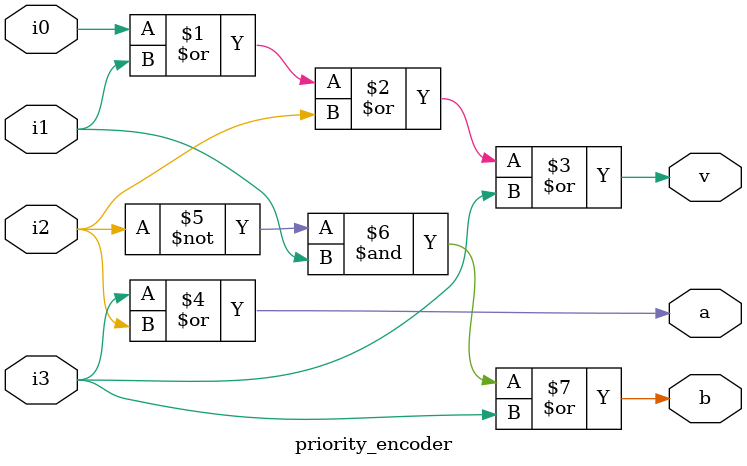
<source format=v>
module priority_encoder(i0,i1,i2,i3,a,b,v );
input i0,i1,i2,i3;
output a,b,v;
assign v=i0|i1|i2|i3;
assign a=i3|i2;
assign b=(~i2&i1)|i3;
endmodule

</source>
